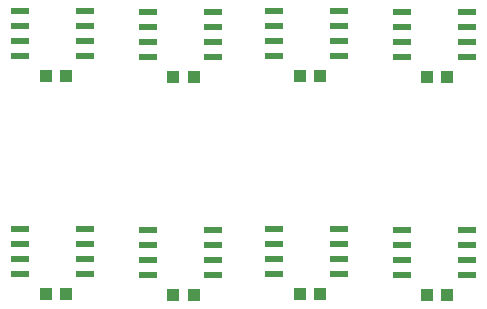
<source format=gbp>
G04 #@! TF.FileFunction,Paste,Bot*
%FSLAX46Y46*%
G04 Gerber Fmt 4.6, Leading zero omitted, Abs format (unit mm)*
G04 Created by KiCad (PCBNEW 4.0.1-stable) date 2017/12/09 22:36:48*
%MOMM*%
G01*
G04 APERTURE LIST*
%ADD10C,0.050000*%
%ADD11R,1.049020X1.079500*%
%ADD12R,1.500000X0.600000*%
G04 APERTURE END LIST*
D10*
D11*
X143873760Y-108000000D03*
X142126240Y-108000000D03*
D12*
X139990000Y-105045000D03*
X145490000Y-105045000D03*
X139990000Y-106315000D03*
X139990000Y-103775000D03*
X139990000Y-102505000D03*
X145490000Y-106315000D03*
X145490000Y-103775000D03*
X145490000Y-102505000D03*
D11*
X154641760Y-108090000D03*
X152894240Y-108090000D03*
D12*
X150758000Y-105135000D03*
X156258000Y-105135000D03*
X150758000Y-106405000D03*
X150758000Y-103865000D03*
X150758000Y-102595000D03*
X156258000Y-106405000D03*
X156258000Y-103865000D03*
X156258000Y-102595000D03*
D11*
X165373760Y-108000000D03*
X163626240Y-108000000D03*
D12*
X161490000Y-105045000D03*
X166990000Y-105045000D03*
X161490000Y-106315000D03*
X161490000Y-103775000D03*
X161490000Y-102505000D03*
X166990000Y-106315000D03*
X166990000Y-103775000D03*
X166990000Y-102505000D03*
D11*
X176141760Y-108090000D03*
X174394240Y-108090000D03*
D12*
X172258000Y-105135000D03*
X177758000Y-105135000D03*
X172258000Y-106405000D03*
X172258000Y-103865000D03*
X172258000Y-102595000D03*
X177758000Y-106405000D03*
X177758000Y-103865000D03*
X177758000Y-102595000D03*
D11*
X143873760Y-126500000D03*
X142126240Y-126500000D03*
D12*
X139990000Y-123545000D03*
X145490000Y-123545000D03*
X139990000Y-124815000D03*
X139990000Y-122275000D03*
X139990000Y-121005000D03*
X145490000Y-124815000D03*
X145490000Y-122275000D03*
X145490000Y-121005000D03*
D11*
X154641760Y-126590000D03*
X152894240Y-126590000D03*
D12*
X150758000Y-123635000D03*
X156258000Y-123635000D03*
X150758000Y-124905000D03*
X150758000Y-122365000D03*
X150758000Y-121095000D03*
X156258000Y-124905000D03*
X156258000Y-122365000D03*
X156258000Y-121095000D03*
D11*
X165373760Y-126500000D03*
X163626240Y-126500000D03*
D12*
X161490000Y-123545000D03*
X166990000Y-123545000D03*
X161490000Y-124815000D03*
X161490000Y-122275000D03*
X161490000Y-121005000D03*
X166990000Y-124815000D03*
X166990000Y-122275000D03*
X166990000Y-121005000D03*
D11*
X176141760Y-126590000D03*
X174394240Y-126590000D03*
D12*
X172258000Y-123635000D03*
X177758000Y-123635000D03*
X172258000Y-124905000D03*
X172258000Y-122365000D03*
X172258000Y-121095000D03*
X177758000Y-124905000D03*
X177758000Y-122365000D03*
X177758000Y-121095000D03*
M02*

</source>
